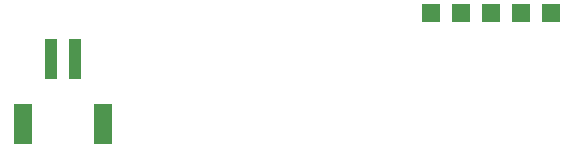
<source format=gbp>
G04 #@! TF.FileFunction,Paste,Bot*
%FSLAX46Y46*%
G04 Gerber Fmt 4.6, Leading zero omitted, Abs format (unit mm)*
G04 Created by KiCad (PCBNEW 4.0.7-e0-6372~58~ubuntu16.10.1) date Sun Oct 29 19:34:23 2017*
%MOMM*%
%LPD*%
G01*
G04 APERTURE LIST*
%ADD10C,0.100000*%
%ADD11R,1.000000X3.500000*%
%ADD12R,1.600000X3.400000*%
%ADD13R,1.524000X1.600000*%
G04 APERTURE END LIST*
D10*
D11*
X114064800Y-85928200D03*
X112064800Y-85928200D03*
D12*
X116464800Y-91478200D03*
X109664800Y-91478200D03*
D13*
X144212400Y-82046800D03*
X146752400Y-82046800D03*
X149292400Y-82046800D03*
X151832400Y-82046800D03*
X154372400Y-82046800D03*
M02*

</source>
